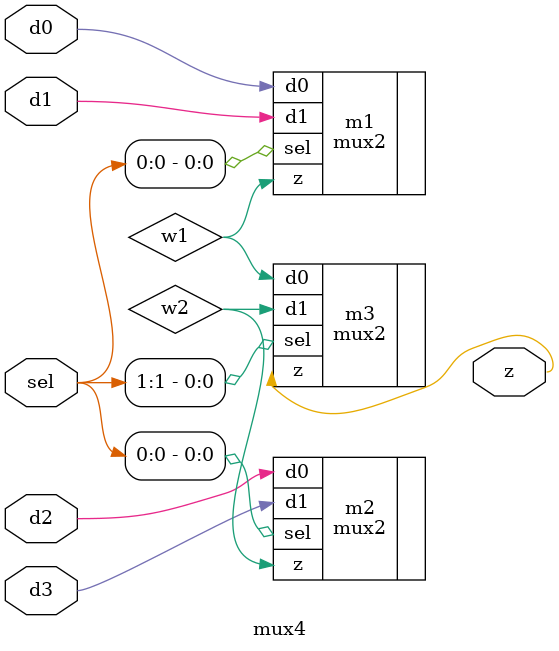
<source format=sv>
module mux4 (
    input logic d0,          // Data input 0
    input logic d1,          // Data input 1
    input logic d2,          // Data input 2
    input logic d3,          // Data input 3
    input logic [1:0] sel,   // Select input
    output logic z           // Output
);

// Put your code here
// ------------------

	logic w1;
	logic w2;
	
	mux2 m1(
		.d0(d0),
		.d1(d1),
		.sel(sel[0]),
		.z(w1)
	);
	
	mux2 m2(
		.d0(d2),
		.d1(d3),
		.sel(sel[0]),
		.z(w2)
	);
	
	mux2 m3(
		.d0(w1),
		.d1(w2),
		.sel(sel[1]),
		.z(z)
	);

// End of your code

endmodule

</source>
